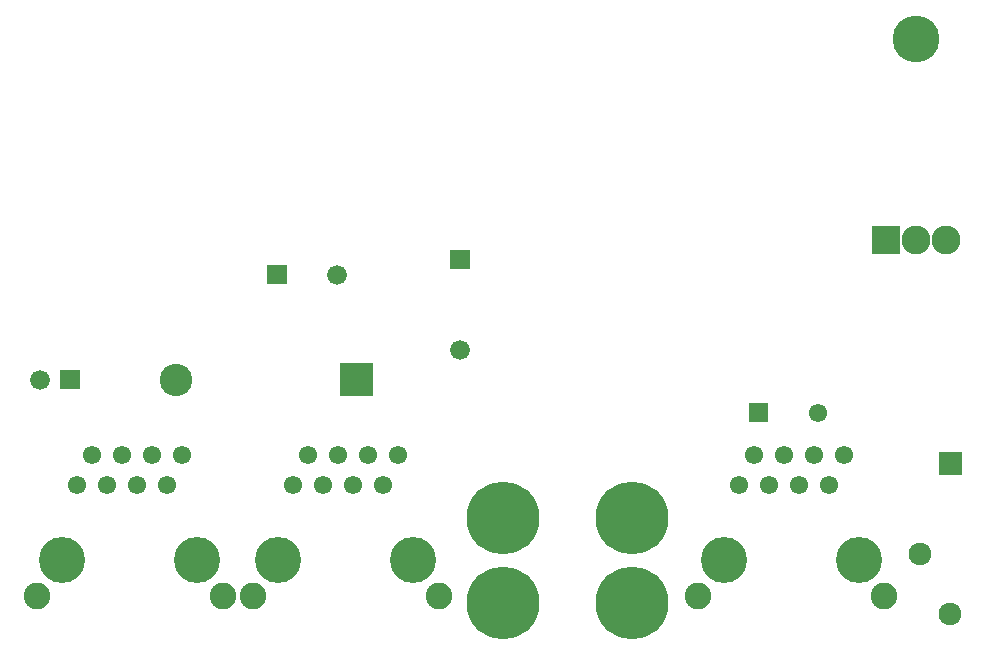
<source format=gbr>
G04 start of page 7 for group -4062 idx -4062 *
G04 Title: (unknown), soldermask *
G04 Creator: pcb 1.99z *
G04 CreationDate: Wed Dec  9 06:04:29 2015 UTC *
G04 For: commonadmin *
G04 Format: Gerber/RS-274X *
G04 PCB-Dimensions (mil): 3220.00 2260.00 *
G04 PCB-Coordinate-Origin: lower left *
%MOIN*%
%FSLAX25Y25*%
%LNBOTTOMMASK*%
%ADD101C,0.2422*%
%ADD100C,0.0759*%
%ADD99C,0.1560*%
%ADD98C,0.0960*%
%ADD97C,0.0610*%
%ADD96C,0.0660*%
%ADD95C,0.1080*%
%ADD94C,0.0001*%
%ADD93C,0.0887*%
%ADD92C,0.1536*%
%ADD91C,0.0611*%
G54D91*X25500Y74500D03*
X20500Y64500D03*
X30500D03*
X35500Y74500D03*
X45500D03*
X55500D03*
X40500Y64500D03*
X50500D03*
G54D92*X15500Y39500D03*
G54D93*X6957Y27492D03*
G54D94*G36*
X14700Y102800D02*Y96200D01*
X21300D01*
Y102800D01*
X14700D01*
G37*
G54D95*X53500Y99500D03*
G54D96*X8000D03*
G54D94*G36*
X244450Y91550D02*Y85450D01*
X250550D01*
Y91550D01*
X244450D01*
G37*
G54D97*X267500Y88500D03*
G54D91*X246043Y74508D03*
X256043D03*
X266043D03*
G54D94*G36*
X285200Y150800D02*Y141200D01*
X294800D01*
Y150800D01*
X285200D01*
G37*
G54D98*X300000Y146000D03*
X310000D03*
G54D99*X300000Y213000D03*
G54D91*X276043Y74508D03*
G54D92*X281043Y39508D03*
G54D93*X289508Y27500D03*
G54D100*X311500Y21500D03*
X301500Y41500D03*
G54D91*X241043Y64508D03*
G54D92*X236043Y39508D03*
G54D93*X227500Y27500D03*
G54D101*X205500Y25000D03*
Y53346D03*
G54D91*X251043Y64508D03*
X261043D03*
X271043D03*
G54D94*G36*
X307703Y75297D02*Y67703D01*
X315297D01*
Y75297D01*
X307703D01*
G37*
G54D92*X60500Y39500D03*
X87500D03*
G54D93*X68965Y27492D03*
X78957D03*
G54D91*X97500Y74500D03*
X107500D03*
X117500D03*
G54D94*G36*
X144700Y142800D02*Y136200D01*
X151300D01*
Y142800D01*
X144700D01*
G37*
G54D96*X148000Y109500D03*
G54D94*G36*
X108100Y104900D02*Y94100D01*
X118900D01*
Y104900D01*
X108100D01*
G37*
G36*
X83700Y137800D02*Y131200D01*
X90300D01*
Y137800D01*
X83700D01*
G37*
G54D96*X107000Y134500D03*
G54D91*X127500Y74500D03*
G54D92*X132500Y39500D03*
G54D93*X140965Y27492D03*
G54D101*X162500Y25000D03*
Y53346D03*
G54D91*X92500Y64500D03*
X102500D03*
X112500D03*
X122500D03*
M02*

</source>
